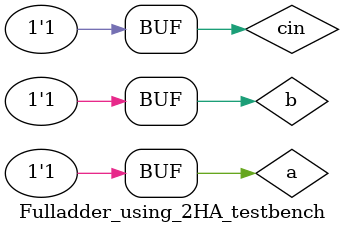
<source format=v>
`timescale 1ns / 1ps


module Fulladder_using_2HA_testbench;
reg a,b,cin;
wire sum,cout;
Fulladder_using_2HA_design uut(a,b,cin,sum,cout);
    initial begin
    $monitor("Time=%0t,a=%b,b=%b,cin=%b,sum=%b,cout=%b",$time,a,b,cin,sum,cout);
        a=1'b0; b=1'b0; cin=1'b0; #10;
        a=1'b0; b=1'b0; cin=1'b1; #10;
        a=1'b0; b=1'b1; cin=1'b0; #10;
        a=1'b0; b=1'b1; cin=1'b1; #10;
        a=1'b1; b=1'b0; cin=1'b0; #10;
        a=1'b1; b=1'b0; cin=1'b1; #10;
        a=1'b1; b=1'b1; cin=1'b0; #10;
        a=1'b1; b=1'b1; cin=1'b1; #10;
    end
endmodule

</source>
